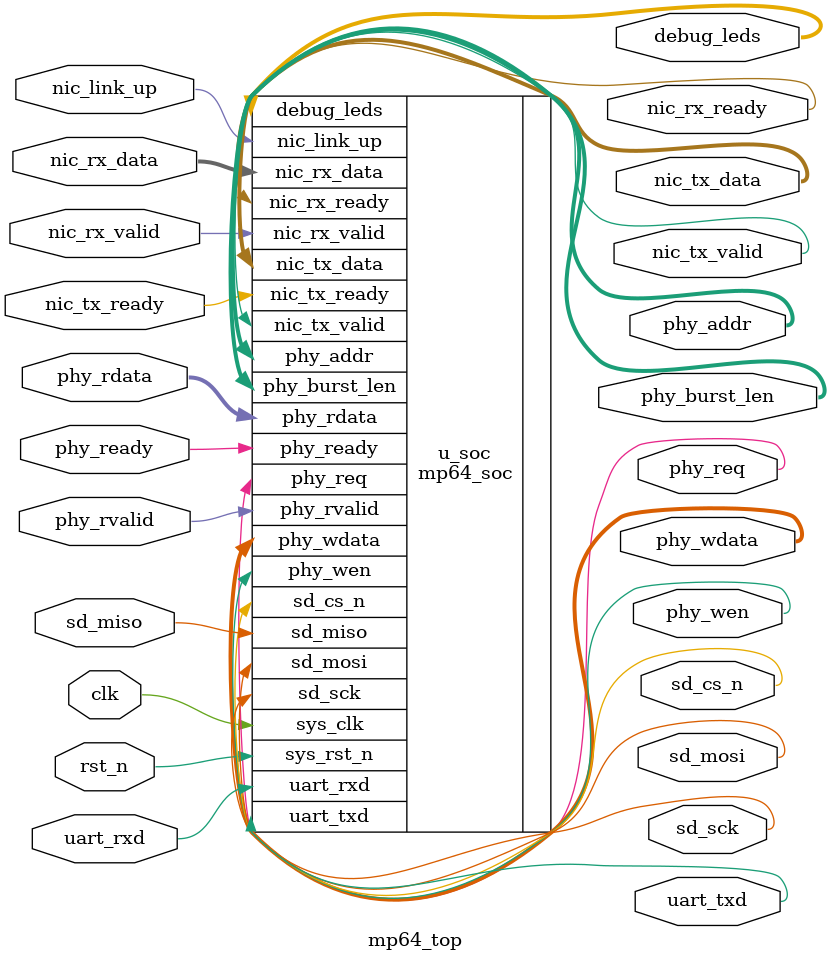
<source format=v>

module mp64_top #(
    // ====================================================================
    // System parameters (override from platform wrapper)
    // ====================================================================
    parameter CLOCK_HZ          = 100_000_000,  // 100 MHz
    parameter NUM_CORES         = 4,
    parameter NUM_CLUSTERS      = 3,
    parameter CORES_PER_CLUSTER = 4,
    parameter MEM_DEPTH         = 16384,     // per-bank rows (×512 bits)
    parameter MEM_BANKS         = 4,
    parameter ICACHE_LINES      = 256,
    parameter ICACHE_LINE_W     = 128        // bits per I-cache line
)(
    input  wire        clk,
    input  wire        rst_n,

    // === UART ===
    input  wire        uart_rxd,
    output wire        uart_txd,

    // === SD Card (SPI) ===
    output wire        sd_sck,
    output wire        sd_mosi,
    input  wire        sd_miso,
    output wire        sd_cs_n,

    // === External memory PHY ===
    output wire        phy_req,
    output wire [63:0] phy_addr,
    output wire        phy_wen,
    output wire [63:0] phy_wdata,
    output wire [7:0]  phy_burst_len,
    input  wire [63:0] phy_rdata,
    input  wire        phy_rvalid,
    input  wire        phy_ready,

    // === NIC PHY ===
    output wire        nic_tx_valid,
    output wire [7:0]  nic_tx_data,
    input  wire        nic_tx_ready,
    input  wire        nic_rx_valid,
    input  wire [7:0]  nic_rx_data,
    output wire        nic_rx_ready,
    input  wire        nic_link_up,

    // === Debug ===
    output wire [7:0]  debug_leds
);

    `include "mp64_pkg.vh"

    // ========================================================================
    // SoC instance
    // ========================================================================

    mp64_soc #(
        .CLOCK_HZ          (CLOCK_HZ),
        .NUM_CORES          (NUM_CORES),
        .NUM_CLUSTERS       (NUM_CLUSTERS),
        .CORES_PER_CLUSTER  (CORES_PER_CLUSTER),
        .MEM_DEPTH          (MEM_DEPTH)
    ) u_soc (
        .sys_clk       (clk),
        .sys_rst_n     (rst_n),

        // UART
        .uart_rxd      (uart_rxd),
        .uart_txd      (uart_txd),

        // External memory PHY
        .phy_req       (phy_req),
        .phy_addr      (phy_addr),
        .phy_wen       (phy_wen),
        .phy_wdata     (phy_wdata),
        .phy_burst_len (phy_burst_len),
        .phy_rdata     (phy_rdata),
        .phy_rvalid    (phy_rvalid),
        .phy_ready     (phy_ready),

        // SD Card
        .sd_sck        (sd_sck),
        .sd_mosi       (sd_mosi),
        .sd_miso       (sd_miso),
        .sd_cs_n       (sd_cs_n),

        // NIC PHY
        .nic_tx_valid  (nic_tx_valid),
        .nic_tx_data   (nic_tx_data),
        .nic_tx_ready  (nic_tx_ready),
        .nic_rx_valid  (nic_rx_valid),
        .nic_rx_data   (nic_rx_data),
        .nic_rx_ready  (nic_rx_ready),
        .nic_link_up   (nic_link_up),

        // Debug
        .debug_leds    (debug_leds)
    );

endmodule

</source>
